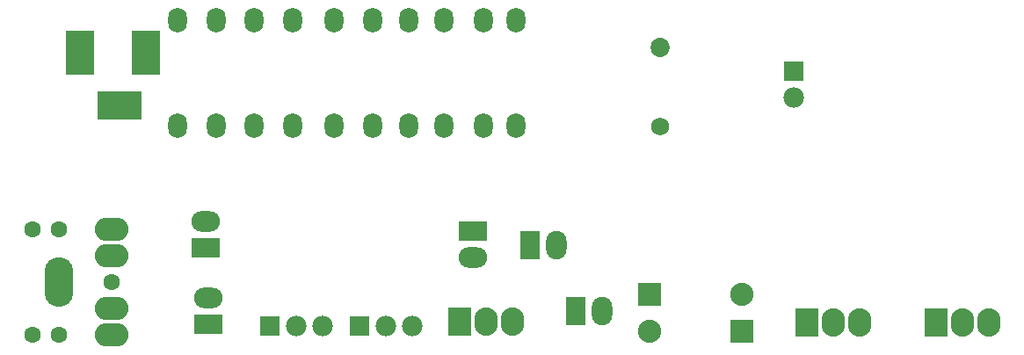
<source format=gts>
G04*
G04 #@! TF.GenerationSoftware,Altium Limited,Altium Designer,21.2.1 (34)*
G04*
G04 Layer_Color=8388736*
%FSLAX44Y44*%
%MOMM*%
G71*
G04*
G04 #@! TF.SameCoordinates,7D1833F5-BA34-4ABF-A559-0A2A528DAE64*
G04*
G04*
G04 #@! TF.FilePolarity,Negative*
G04*
G01*
G75*
%ADD19C,1.9812*%
%ADD20R,1.9812X1.9812*%
%ADD21R,2.7432X1.9812*%
%ADD22O,2.7432X1.9812*%
%ADD23O,1.8032X2.4032*%
%ADD24C,1.7272*%
%ADD25C,1.8542*%
%ADD26R,1.9812X2.7432*%
%ADD27O,1.9812X2.7432*%
%ADD28O,2.2352X2.7432*%
%ADD29R,2.2352X2.7432*%
%ADD30C,2.2352*%
%ADD31R,2.2352X2.2352*%
%ADD32O,2.7432X4.7752*%
%ADD33O,3.2512X2.2352*%
%ADD34R,1.9812X1.9812*%
%ADD35R,2.7432X4.2672*%
%ADD36R,4.2672X2.7432*%
%ADD37C,1.6002*%
D19*
X1151890Y1111250D02*
D03*
X698500Y891540D02*
D03*
X673100D02*
D03*
X784860D02*
D03*
X759460D02*
D03*
D20*
X1151890Y1136650D02*
D03*
D21*
X588010Y892810D02*
D03*
X843280Y982980D02*
D03*
X585470Y966470D02*
D03*
D22*
X588010Y918210D02*
D03*
X843280Y957580D02*
D03*
X585470Y991870D02*
D03*
D23*
X558393Y1185594D02*
D03*
Y1083994D02*
D03*
X746355Y1185594D02*
D03*
Y1083994D02*
D03*
X632561D02*
D03*
Y1185594D02*
D03*
X669645D02*
D03*
Y1083994D02*
D03*
X709269D02*
D03*
Y1185594D02*
D03*
X595479Y1083994D02*
D03*
Y1185594D02*
D03*
X815443D02*
D03*
Y1083994D02*
D03*
X853440Y1185594D02*
D03*
Y1083994D02*
D03*
X884529D02*
D03*
Y1185594D02*
D03*
X780899D02*
D03*
Y1083994D02*
D03*
D24*
X1023620Y1083310D02*
D03*
D25*
Y1159510D02*
D03*
D26*
X897890Y969010D02*
D03*
X942340Y905510D02*
D03*
D27*
X923290Y969010D02*
D03*
X967740Y905510D02*
D03*
D28*
X881380Y895350D02*
D03*
X855980D02*
D03*
X1215390Y894371D02*
D03*
X1189990D02*
D03*
X1339850D02*
D03*
X1314450D02*
D03*
D29*
X830580Y895350D02*
D03*
X1164590Y894371D02*
D03*
X1289050D02*
D03*
D30*
X1013460Y886460D02*
D03*
X1102360Y922020D02*
D03*
D31*
Y886460D02*
D03*
X1013460Y922020D02*
D03*
D32*
X444500Y933704D02*
D03*
D33*
X495300Y882650D02*
D03*
Y908050D02*
D03*
Y958850D02*
D03*
Y984250D02*
D03*
D34*
X647700Y891540D02*
D03*
X734060D02*
D03*
D35*
X528041Y1154655D02*
D03*
X464541D02*
D03*
D36*
X502641Y1103855D02*
D03*
D37*
X444500Y984250D02*
D03*
Y882650D02*
D03*
X495300Y933450D02*
D03*
X419100Y984250D02*
D03*
Y882650D02*
D03*
M02*

</source>
